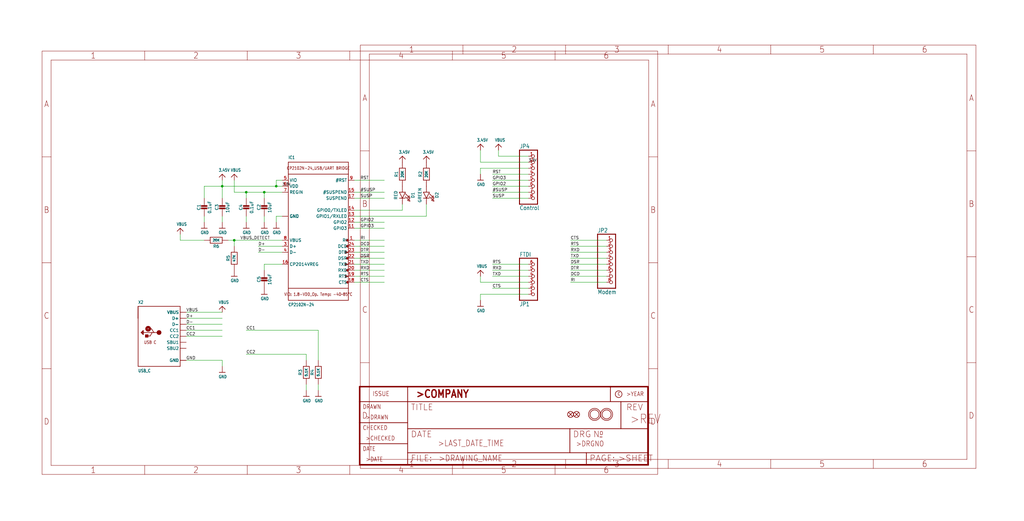
<source format=kicad_sch>
(kicad_sch (version 20211123) (generator eeschema)
  (paper "User" 433.07 220.421)
  (lib_symbols
    (symbol "eagleSchem-eagle-import:3.3V" (power)
      (property "Value" "3.3V" (at -1.524 1.016 0))
      (symbol "3.3V_1_0"
        (polyline (pts (xy -1.27 -1.27) (xy 0 0)) (stroke (width 0.254)))
        (polyline (pts (xy 0 0) (xy 1.27 -1.27)) (stroke (width 0.254)))
        (pin power_in line (at 0 -2.54 90) (length 2.54) (name "3.3V") (number "1"))
      )
    )
    (symbol "eagleSchem-eagle-import:CAP_CERAMIC0603_NO"
      (property "Reference" "C" (at -2.29 1.25 90))
      (property "Value" "CAP_CERAMIC0603_NO" (at 2.3 1.25 90))
      (symbol "CAP_CERAMIC0603_NO_1_0"
        (rectangle (start -1.27 0.508) (end 1.27 1.016) (fill (type outline)))
        (rectangle (start -1.27 1.524) (end 1.27 2.032) (fill (type outline)))
        (polyline (pts (xy 0 0.762) (xy 0 0)) (stroke (width 0.1524)))
        (polyline (pts (xy 0 2.54) (xy 0 1.778)) (stroke (width 0.1524)))
        (pin passive line (at 0 5.08 270) (length 2.54) (name "1") (number "1"))
        (pin passive line (at 0 -2.54 90) (length 2.54) (name "2") (number "2"))
      )
    )
    (symbol "eagleSchem-eagle-import:CAP_CERAMIC0805-NOOUTLINE"
      (property "Reference" "C" (at -2.29 1.25 90))
      (property "Value" "CAP_CERAMIC0805-NOOUTLINE" (at 2.3 1.25 90))
      (symbol "CAP_CERAMIC0805-NOOUTLINE_1_0"
        (rectangle (start -1.27 0.508) (end 1.27 1.016) (fill (type outline)))
        (rectangle (start -1.27 1.524) (end 1.27 2.032) (fill (type outline)))
        (polyline (pts (xy 0 0.762) (xy 0 0)) (stroke (width 0.1524)))
        (polyline (pts (xy 0 2.54) (xy 0 1.778)) (stroke (width 0.1524)))
        (pin passive line (at 0 5.08 270) (length 2.54) (name "1") (number "1"))
        (pin passive line (at 0 -2.54 90) (length 2.54) (name "2") (number "2"))
      )
    )
    (symbol "eagleSchem-eagle-import:CP2102N-24"
      (property "Reference" "IC" (at -12.7 29.21 0))
      (property "Value" "CP2102N-24" (at -12.7 -33.02 0))
      (symbol "CP2102N-24_1_0"
        (polyline (pts (xy -12.7 -30.48) (xy 12.7 -30.48)) (stroke (width 0.254)))
        (polyline (pts (xy -12.7 -25.4) (xy -12.7 -30.48)) (stroke (width 0.254)))
        (polyline (pts (xy -12.7 -25.4) (xy -12.7 22.86)) (stroke (width 0.254)))
        (polyline (pts (xy -12.7 22.86) (xy -12.7 27.94)) (stroke (width 0.254)))
        (polyline (pts (xy -12.7 22.86) (xy 12.7 22.86)) (stroke (width 0.254)))
        (polyline (pts (xy -12.7 27.94) (xy 12.7 27.94)) (stroke (width 0.254)))
        (polyline (pts (xy 12.7 -30.48) (xy 12.7 -25.4)) (stroke (width 0.254)))
        (polyline (pts (xy 12.7 -25.4) (xy -12.7 -25.4)) (stroke (width 0.254)))
        (polyline (pts (xy 12.7 22.86) (xy 12.7 -25.4)) (stroke (width 0.254)))
        (polyline (pts (xy 12.7 27.94) (xy 12.7 22.86)) (stroke (width 0.254)))
        (polyline (pts (xy 11.43 -19.685) (xy 11.43 -20.955) (xy 12.7 -20.32)) (fill (type outline)))
        (polyline (pts (xy 11.43 -14.605) (xy 11.43 -15.875) (xy 12.7 -15.24)) (fill (type outline)))
        (polyline (pts (xy 11.43 -9.525) (xy 11.43 -10.795) (xy 12.7 -10.16)) (fill (type outline)))
        (polyline (pts (xy 12.7 -22.225) (xy 11.43 -22.86) (xy 12.7 -23.495)) (fill (type outline)))
        (polyline (pts (xy 12.7 -17.145) (xy 11.43 -17.78) (xy 12.7 -18.415)) (fill (type outline)))
        (polyline (pts (xy 12.7 -12.065) (xy 11.43 -12.7) (xy 12.7 -13.335)) (fill (type outline)))
        (polyline (pts (xy 12.7 -6.985) (xy 11.43 -7.62) (xy 12.7 -8.255)) (fill (type outline)))
        (polyline (pts (xy 12.7 -4.445) (xy 11.43 -5.08) (xy 12.7 -5.715)) (fill (type outline)))
        (text "CP2102N-24_USB/UART BRIDGE" (at 0 25.4 0) (effects (font (size 1.27 1.0795))))
        (text "VIO: 1.8-VDD_Op. Temp: -40~85°C" (at 0 -27.94 0) (effects (font (size 1.27 1.0795))))
        (pin input line (at 15.24 -5.08 180) (length 2.54) (name "RI") (number "1"))
        (pin bidirectional line (at 15.24 0 180) (length 2.54) (name "GPIO3") (number "11"))
        (pin bidirectional line (at 15.24 2.54 180) (length 2.54) (name "GPIO2") (number "12"))
        (pin bidirectional line (at 15.24 5.08 180) (length 2.54) (name "GPIO1/RXLED") (number "13"))
        (pin bidirectional line (at 15.24 7.62 180) (length 2.54) (name "GPIO0/TXLED") (number "14"))
        (pin output line (at 15.24 15.24 180) (length 2.54) (name "#SUSPEND") (number "15"))
        (pin passive line (at -15.24 -15.24 0) (length 2.54) (name "CP2014VREG") (number "16"))
        (pin output line (at 15.24 12.7 180) (length 2.54) (name "SUSPEND") (number "17"))
        (pin input line (at 15.24 -22.86 180) (length 2.54) (name "CTS") (number "18"))
        (pin output line (at 15.24 -20.32 180) (length 2.54) (name "RTS") (number "19"))
        (pin power_in line (at -15.24 5.08 0) (length 2.54) (name "GND") (number "2"))
        (pin input line (at 15.24 -17.78 180) (length 2.54) (name "RXD") (number "20"))
        (pin output line (at 15.24 -15.24 180) (length 2.54) (name "TXD") (number "21"))
        (pin input line (at 15.24 -12.7 180) (length 2.54) (name "DSR") (number "22"))
        (pin output line (at 15.24 -10.16 180) (length 2.54) (name "DTR") (number "23"))
        (pin input line (at 15.24 -7.62 180) (length 2.54) (name "DCD") (number "24"))
        (pin bidirectional line (at -15.24 -7.62 0) (length 2.54) (name "D+") (number "3"))
        (pin bidirectional line (at -15.24 -10.16 0) (length 2.54) (name "D-") (number "4"))
        (pin power_in line (at -15.24 20.32 0) (length 2.54) (name "VIO") (number "5"))
        (pin power_in line (at -15.24 17.78 0) (length 2.54) (name "VDD") (number "6"))
        (pin power_in line (at -15.24 15.24 0) (length 2.54) (name "REGIN") (number "7"))
        (pin power_in line (at -15.24 -5.08 0) (length 2.54) (name "VBUS") (number "8"))
        (pin bidirectional line (at 15.24 20.32 180) (length 2.54) (name "#RST") (number "9"))
        (pin power_in line (at -15.24 5.08 0) (length 2.54) (name "GND") (number "THERM"))
      )
    )
    (symbol "eagleSchem-eagle-import:FIDUCIAL_1MM"
      (symbol "FIDUCIAL_1MM_1_0"
        (polyline (pts (xy -0.762 0.762) (xy 0.762 -0.762)) (stroke (width 0.254)))
        (polyline (pts (xy 0.762 0.762) (xy -0.762 -0.762)) (stroke (width 0.254)))
        (circle (center 0 0) (radius 1.27) (stroke (width 0.254)))
      )
    )
    (symbol "eagleSchem-eagle-import:FRAME_A4"
      (symbol "FRAME_A4_0_0"
        (polyline (pts (xy 0 44.7675) (xy 3.81 44.7675)))
        (polyline (pts (xy 0 89.535) (xy 3.81 89.535)))
        (polyline (pts (xy 0 134.3025) (xy 3.81 134.3025)))
        (polyline (pts (xy 3.81 3.81) (xy 3.81 175.26)))
        (polyline (pts (xy 43.3917 0) (xy 43.3917 3.81)))
        (polyline (pts (xy 43.3917 175.26) (xy 43.3917 179.07)))
        (polyline (pts (xy 86.7833 0) (xy 86.7833 3.81)))
        (polyline (pts (xy 86.7833 175.26) (xy 86.7833 179.07)))
        (polyline (pts (xy 130.175 0) (xy 130.175 3.81)))
        (polyline (pts (xy 130.175 175.26) (xy 130.175 179.07)))
        (polyline (pts (xy 173.5667 0) (xy 173.5667 3.81)))
        (polyline (pts (xy 173.5667 175.26) (xy 173.5667 179.07)))
        (polyline (pts (xy 216.9583 0) (xy 216.9583 3.81)))
        (polyline (pts (xy 216.9583 175.26) (xy 216.9583 179.07)))
        (polyline (pts (xy 256.54 3.81) (xy 3.81 3.81)))
        (polyline (pts (xy 256.54 3.81) (xy 256.54 175.26)))
        (polyline (pts (xy 256.54 44.7675) (xy 260.35 44.7675)))
        (polyline (pts (xy 256.54 89.535) (xy 260.35 89.535)))
        (polyline (pts (xy 256.54 134.3025) (xy 260.35 134.3025)))
        (polyline (pts (xy 256.54 175.26) (xy 3.81 175.26)))
        (polyline (pts (xy 0 0) (xy 260.35 0) (xy 260.35 179.07) (xy 0 179.07) (xy 0 0)))
        (text "1" (at 21.6958 1.905 0) (effects (font (size 2.54 2.286))))
        (text "1" (at 21.6958 177.165 0) (effects (font (size 2.54 2.286))))
        (text "2" (at 65.0875 1.905 0) (effects (font (size 2.54 2.286))))
        (text "2" (at 65.0875 177.165 0) (effects (font (size 2.54 2.286))))
        (text "3" (at 108.4792 1.905 0) (effects (font (size 2.54 2.286))))
        (text "3" (at 108.4792 177.165 0) (effects (font (size 2.54 2.286))))
        (text "4" (at 151.8708 1.905 0) (effects (font (size 2.54 2.286))))
        (text "4" (at 151.8708 177.165 0) (effects (font (size 2.54 2.286))))
        (text "5" (at 195.2625 1.905 0) (effects (font (size 2.54 2.286))))
        (text "5" (at 195.2625 177.165 0) (effects (font (size 2.54 2.286))))
        (text "6" (at 238.6542 1.905 0) (effects (font (size 2.54 2.286))))
        (text "6" (at 238.6542 177.165 0) (effects (font (size 2.54 2.286))))
        (text "A" (at 1.905 156.6863 0) (effects (font (size 2.54 2.286))))
        (text "A" (at 258.445 156.6863 0) (effects (font (size 2.54 2.286))))
        (text "B" (at 1.905 111.9188 0) (effects (font (size 2.54 2.286))))
        (text "B" (at 258.445 111.9188 0) (effects (font (size 2.54 2.286))))
        (text "C" (at 1.905 67.1513 0) (effects (font (size 2.54 2.286))))
        (text "C" (at 258.445 67.1513 0) (effects (font (size 2.54 2.286))))
        (text "D" (at 1.905 22.3838 0) (effects (font (size 2.54 2.286))))
        (text "D" (at 258.445 22.3838 0) (effects (font (size 2.54 2.286))))
      )
      (symbol "FRAME_A4_1_0"
        (polyline (pts (xy 256.54 3.81) (xy 256.54 8.89)) (stroke (width 0.1016)))
        (polyline (pts (xy 256.54 8.89) (xy 256.54 13.97)) (stroke (width 0.1016)))
        (polyline (pts (xy 256.54 13.97) (xy 256.54 19.05)) (stroke (width 0.1016)))
        (polyline (pts (xy 256.54 19.05) (xy 256.54 36.83)) (stroke (width 0.1016)))
      )
      (symbol "FRAME_A4_2_0"
        (polyline (pts (xy -0.3048 1.5748) (xy 20.0152 1.5748)) (stroke (width 0.6096)))
        (polyline (pts (xy -0.3048 10.4648) (xy -0.3048 1.5748)) (stroke (width 0.6096)))
        (polyline (pts (xy -0.3048 10.4648) (xy 20.0152 10.4648)) (stroke (width 0.3048)))
        (polyline (pts (xy -0.3048 19.3548) (xy -0.3048 10.4648)) (stroke (width 0.6096)))
        (polyline (pts (xy -0.3048 19.3548) (xy 20.0152 19.3548)) (stroke (width 0.3048)))
        (polyline (pts (xy -0.3048 28.2448) (xy -0.3048 19.3548)) (stroke (width 0.6096)))
        (polyline (pts (xy -0.3048 28.2448) (xy 20.0152 28.2448)) (stroke (width 0.3048)))
        (polyline (pts (xy -0.3048 34.5948) (xy -0.3048 28.2448)) (stroke (width 0.6096)))
        (polyline (pts (xy 20.0152 1.5748) (xy 20.0152 6.6548)) (stroke (width 0.3048)))
        (polyline (pts (xy 20.0152 1.5748) (xy 95.5802 1.5748)) (stroke (width 0.6096)))
        (polyline (pts (xy 20.0152 6.6548) (xy 20.0152 10.4648)) (stroke (width 0.3048)))
        (polyline (pts (xy 20.0152 6.6548) (xy 88.5952 6.6548)) (stroke (width 0.3048)))
        (polyline (pts (xy 20.0152 10.4648) (xy 20.0152 16.8148)) (stroke (width 0.3048)))
        (polyline (pts (xy 20.0152 16.8148) (xy 20.0152 19.3548)) (stroke (width 0.3048)))
        (polyline (pts (xy 20.0152 19.3548) (xy 20.0152 28.2448)) (stroke (width 0.3048)))
        (polyline (pts (xy 20.0152 28.2448) (xy 20.0152 34.5948)) (stroke (width 0.3048)))
        (polyline (pts (xy 20.0152 28.2448) (xy 105.7402 28.2448)) (stroke (width 0.3048)))
        (polyline (pts (xy 20.0152 34.5948) (xy -0.3048 34.5948)) (stroke (width 0.6096)))
        (polyline (pts (xy 88.5952 6.6548) (xy 95.5802 6.6548)) (stroke (width 0.3048)))
        (polyline (pts (xy 88.5952 16.8148) (xy 20.0152 16.8148)) (stroke (width 0.3048)))
        (polyline (pts (xy 88.5952 16.8148) (xy 88.5952 6.6548)) (stroke (width 0.3048)))
        (polyline (pts (xy 95.5802 1.5748) (xy 121.6152 1.5748)) (stroke (width 0.6096)))
        (polyline (pts (xy 95.5802 6.6548) (xy 95.5802 1.5748)) (stroke (width 0.3048)))
        (polyline (pts (xy 95.5802 6.6548) (xy 121.6152 6.6548)) (stroke (width 0.3048)))
        (polyline (pts (xy 101.2952 13.3223) (xy 102.2477 13.3223)) (stroke (width 0.254)))
        (polyline (pts (xy 105.7402 28.2448) (xy 105.7402 34.5948)) (stroke (width 0.3048)))
        (polyline (pts (xy 105.7402 28.2448) (xy 110.1852 28.2448)) (stroke (width 0.3048)))
        (polyline (pts (xy 105.7402 34.5948) (xy 20.0152 34.5948)) (stroke (width 0.6096)))
        (polyline (pts (xy 110.1852 16.8148) (xy 88.5952 16.8148)) (stroke (width 0.3048)))
        (polyline (pts (xy 110.1852 28.2448) (xy 110.1852 16.8148)) (stroke (width 0.3048)))
        (polyline (pts (xy 110.1852 28.2448) (xy 121.6152 28.2448)) (stroke (width 0.3048)))
        (polyline (pts (xy 121.6152 6.6548) (xy 121.6152 1.5748)) (stroke (width 0.6096)))
        (polyline (pts (xy 121.6152 16.8148) (xy 110.1852 16.8148)) (stroke (width 0.3048)))
        (polyline (pts (xy 121.6152 16.8148) (xy 121.6152 6.6548)) (stroke (width 0.6096)))
        (polyline (pts (xy 121.6152 28.2448) (xy 121.6152 16.8148)) (stroke (width 0.6096)))
        (polyline (pts (xy 121.6152 34.5948) (xy 105.7402 34.5948)) (stroke (width 0.6096)))
        (polyline (pts (xy 121.6152 34.5948) (xy 121.6152 28.2448)) (stroke (width 0.6096)))
        (circle (center 109.2327 31.4198) (radius 1.4199) (stroke (width 0.254)))
        (text ">CHECKED" (at 2.2352 11.7348 0) (effects (font (size 1.778 1.5113)) (justify left bottom)))
        (text ">COMPANY" (at 23.349 29.6735 0) (effects (font (size 3.175 2.6987) (thickness 0.5397) bold) (justify left bottom)))
        (text ">DATE" (at 2.2352 2.8448 0) (effects (font (size 1.778 1.5113)) (justify left bottom)))
        (text ">DRAWING_NAME" (at 33.0327 2.8448 0) (effects (font (size 2.54 2.159)) (justify left bottom)))
        (text ">DRAWN" (at 2.2352 20.6248 0) (effects (font (size 1.778 1.5113)) (justify left bottom)))
        (text ">DRGNO" (at 91.1352 9.1948 0) (effects (font (size 2.1844 1.8567)) (justify left bottom)))
        (text ">LAST_DATE_TIME" (at 32.7152 9.1948 0) (effects (font (size 2.54 2.159)) (justify left bottom)))
        (text ">REV" (at 113.9952 18.7198 0) (effects (font (size 3.81 3.2385)) (justify left bottom)))
        (text ">SHEET" (at 108.9152 2.8448 0) (effects (font (size 2.54 2.54)) (justify left bottom)))
        (text ">YEAR" (at 112.4077 30.4673 0) (effects (font (size 1.778 1.5113)) (justify left bottom)))
        (text "C" (at 108.7564 30.7848 0) (effects (font (size 1.27 1.0795)) (justify left bottom)))
        (text "CHECKED" (at 0.9652 16.1798 0) (effects (font (size 1.778 1.5113)) (justify left bottom)))
        (text "DATE" (at 0.9652 7.2898 0) (effects (font (size 1.778 1.5113)) (justify left bottom)))
        (text "DATE" (at 21.2852 13.0048 0) (effects (font (size 2.54 2.54)) (justify left bottom)))
        (text "DRAWN" (at 0.9652 25.0698 0) (effects (font (size 1.778 1.5113)) (justify left bottom)))
        (text "DRG" (at 89.8652 13.0048 0) (effects (font (size 2.54 2.54)) (justify left bottom)))
        (text "FILE:" (at 21.2852 2.8448 0) (effects (font (size 2.54 2.54)) (justify left bottom)))
        (text "ISSUE" (at 5.0927 30.4673 0) (effects (font (size 1.9304 1.6408)) (justify left bottom)))
        (text "N" (at 98.4377 13.0048 0) (effects (font (size 2.54 2.54)) (justify left bottom)))
        (text "o" (at 100.9777 13.9573 0) (effects (font (size 2.1844 1.8567)) (justify left bottom)))
        (text "PAGE:" (at 96.8502 2.8448 0) (effects (font (size 2.54 2.54)) (justify left bottom)))
        (text "REV" (at 112.4077 24.4348 0) (effects (font (size 2.54 2.54)) (justify left bottom)))
        (text "TITLE" (at 21.2852 24.4348 0) (effects (font (size 2.54 2.54)) (justify left bottom)))
      )
    )
    (symbol "eagleSchem-eagle-import:GND" (power)
      (property "Value" "GND" (at -1.524 -2.54 0))
      (symbol "GND_1_0"
        (polyline (pts (xy -1.27 0) (xy 1.27 0)) (stroke (width 0.254)))
        (pin power_in line (at 0 2.54 270) (length 2.54) (name "GND") (number "1"))
      )
    )
    (symbol "eagleSchem-eagle-import:HEADER-1X676MIL"
      (property "Reference" "JP" (at -6.35 10.795 0))
      (property "Value" "HEADER-1X676MIL" (at -6.35 -10.16 0))
      (symbol "HEADER-1X676MIL_1_0"
        (polyline (pts (xy -6.35 -7.62) (xy 1.27 -7.62)) (stroke (width 0.4064)))
        (polyline (pts (xy -6.35 10.16) (xy -6.35 -7.62)) (stroke (width 0.4064)))
        (polyline (pts (xy 1.27 -7.62) (xy 1.27 10.16)) (stroke (width 0.4064)))
        (polyline (pts (xy 1.27 10.16) (xy -6.35 10.16)) (stroke (width 0.4064)))
        (pin passive inverted (at -2.54 7.62 0) (length 2.54) (name "1") (number "1"))
        (pin passive inverted (at -2.54 5.08 0) (length 2.54) (name "2") (number "2"))
        (pin passive inverted (at -2.54 2.54 0) (length 2.54) (name "3") (number "3"))
        (pin passive inverted (at -2.54 0 0) (length 2.54) (name "4") (number "4"))
        (pin passive inverted (at -2.54 -2.54 0) (length 2.54) (name "5") (number "5"))
        (pin passive inverted (at -2.54 -5.08 0) (length 2.54) (name "6") (number "6"))
      )
    )
    (symbol "eagleSchem-eagle-import:HEADER-1X870MIL"
      (property "Reference" "JP" (at -6.35 13.335 0))
      (property "Value" "HEADER-1X870MIL" (at -6.35 -12.7 0))
      (symbol "HEADER-1X870MIL_1_0"
        (polyline (pts (xy -6.35 -10.16) (xy 1.27 -10.16)) (stroke (width 0.4064)))
        (polyline (pts (xy -6.35 12.7) (xy -6.35 -10.16)) (stroke (width 0.4064)))
        (polyline (pts (xy 1.27 -10.16) (xy 1.27 12.7)) (stroke (width 0.4064)))
        (polyline (pts (xy 1.27 12.7) (xy -6.35 12.7)) (stroke (width 0.4064)))
        (pin passive inverted (at -2.54 10.16 0) (length 2.54) (name "1") (number "1"))
        (pin passive inverted (at -2.54 7.62 0) (length 2.54) (name "2") (number "2"))
        (pin passive inverted (at -2.54 5.08 0) (length 2.54) (name "3") (number "3"))
        (pin passive inverted (at -2.54 2.54 0) (length 2.54) (name "4") (number "4"))
        (pin passive inverted (at -2.54 0 0) (length 2.54) (name "5") (number "5"))
        (pin passive inverted (at -2.54 -2.54 0) (length 2.54) (name "6") (number "6"))
        (pin passive inverted (at -2.54 -5.08 0) (length 2.54) (name "7") (number "7"))
        (pin passive inverted (at -2.54 -7.62 0) (length 2.54) (name "8") (number "8"))
      )
    )
    (symbol "eagleSchem-eagle-import:LED0603_NOOUTLINE"
      (property "Reference" "D" (at -1.27 4.445 0))
      (property "Value" "LED0603_NOOUTLINE" (at -1.27 -2.794 0))
      (symbol "LED0603_NOOUTLINE_1_0"
        (polyline (pts (xy -2.54 -1.27) (xy 0 0)) (stroke (width 0.254)))
        (polyline (pts (xy -2.54 1.27) (xy -2.54 -1.27)) (stroke (width 0.254)))
        (polyline (pts (xy -1.905 1.27) (xy -0.635 2.54)) (stroke (width 0.254)))
        (polyline (pts (xy -0.9525 2.8575) (xy -0.3175 2.2225)) (stroke (width 0.254)))
        (polyline (pts (xy -0.635 1.27) (xy 0.635 2.54)) (stroke (width 0.254)))
        (polyline (pts (xy -0.3175 2.2225) (xy 0 3.175)) (stroke (width 0.254)))
        (polyline (pts (xy 0 0) (xy -2.54 1.27)) (stroke (width 0.254)))
        (polyline (pts (xy 0 0) (xy 0 -1.27)) (stroke (width 0.254)))
        (polyline (pts (xy 0 1.27) (xy 0 0)) (stroke (width 0.254)))
        (polyline (pts (xy 0 3.175) (xy -0.9525 2.8575)) (stroke (width 0.254)))
        (polyline (pts (xy 0.3175 2.8575) (xy 0.9525 2.2225)) (stroke (width 0.254)))
        (polyline (pts (xy 0.9525 2.2225) (xy 1.27 3.175)) (stroke (width 0.254)))
        (polyline (pts (xy 1.27 3.175) (xy 0.3175 2.8575)) (stroke (width 0.254)))
        (pin passive line (at -5.08 0 0) (length 2.54) (name "A") (number "A"))
        (pin passive line (at 2.54 0 180) (length 2.54) (name "C") (number "C"))
      )
    )
    (symbol "eagleSchem-eagle-import:MOUNTINGHOLE2.0"
      (symbol "MOUNTINGHOLE2.0_1_0"
        (circle (center 0 0) (radius 1.905) (stroke (width 0.254)))
        (circle (center 0 0) (radius 2.54) (stroke (width 0.254)))
      )
    )
    (symbol "eagleSchem-eagle-import:RESISTOR_0603_NOOUT"
      (property "Reference" "R" (at 0 2.54 0))
      (property "Value" "RESISTOR_0603_NOOUT" (at 0 0 0))
      (symbol "RESISTOR_0603_NOOUT_1_0"
        (polyline (pts (xy -2.54 -1.27) (xy -2.54 1.27)) (stroke (width 0.254)))
        (polyline (pts (xy -2.54 1.27) (xy 2.54 1.27)) (stroke (width 0.254)))
        (polyline (pts (xy 2.54 -1.27) (xy -2.54 -1.27)) (stroke (width 0.254)))
        (polyline (pts (xy 2.54 1.27) (xy 2.54 -1.27)) (stroke (width 0.254)))
        (pin passive line (at -5.08 0 0) (length 2.54) (name "1") (number "1"))
        (pin passive line (at 5.08 0 180) (length 2.54) (name "2") (number "2"))
      )
    )
    (symbol "eagleSchem-eagle-import:USB_C"
      (property "Reference" "X" (at -10.16 13.716 0))
      (property "Value" "USB_C" (at -10.16 -15.24 0))
      (symbol "USB_C_1_0"
        (rectangle (start -7.12 -0.45) (end -5.92 0.75) (fill (type outline)))
        (circle (center -5.92 3.2) (radius 0.2) (stroke (width 1)))
        (circle (center -1.32 1.6) (radius 0.5) (stroke (width 1)))
        (polyline (pts (xy -10.2 7.62) (xy -10.16 12.7)) (stroke (width 0.254)))
        (polyline (pts (xy -10.16 -12.7) (xy 7.62 -12.7)) (stroke (width 0.254)))
        (polyline (pts (xy -10.16 12.7) (xy -10.16 -12.7)) (stroke (width 0.254)))
        (polyline (pts (xy -10.16 12.7) (xy 7.62 12.7)) (stroke (width 0.254)))
        (polyline (pts (xy -8.92 1.6) (xy -8.12 2.4)) (stroke (width 0.254)))
        (polyline (pts (xy -8.52 1.4) (xy -8.32 1.2)) (stroke (width 0.254)))
        (polyline (pts (xy -8.52 1.6) (xy -8.52 1.4)) (stroke (width 0.254)))
        (polyline (pts (xy -8.32 1.2) (xy -8.32 2)) (stroke (width 0.254)))
        (polyline (pts (xy -8.32 2) (xy -8.72 1.6)) (stroke (width 0.254)))
        (polyline (pts (xy -8.12 0.8) (xy -8.92 1.6)) (stroke (width 0.254)))
        (polyline (pts (xy -8.12 1) (xy -8.12 2.4)) (stroke (width 0.254)))
        (polyline (pts (xy -8.12 2.4) (xy -7.92 2.4)) (stroke (width 0.254)))
        (polyline (pts (xy -7.92 0.8) (xy -8.12 0.8)) (stroke (width 0.254)))
        (polyline (pts (xy -7.92 1.6) (xy -7.92 0.8)) (stroke (width 0.254)))
        (polyline (pts (xy -7.92 2.4) (xy -7.92 1.6)) (stroke (width 0.254)))
        (polyline (pts (xy -6.27 0.15) (xy -5.07 0.15)) (stroke (width 0.254)))
        (polyline (pts (xy -5.52 3.2) (xy -4.52 3.2)) (stroke (width 0.254)))
        (polyline (pts (xy -5.07 0.15) (xy -4.22 1.6)) (stroke (width 0.254)))
        (polyline (pts (xy -4.52 3.2) (xy -3.47 1.6)) (stroke (width 0.254)))
        (polyline (pts (xy -4.22 1.6) (xy -7.92 1.6)) (stroke (width 0.254)))
        (polyline (pts (xy -3.47 1.6) (xy -4.22 1.6)) (stroke (width 0.254)))
        (polyline (pts (xy -1.32 1.6) (xy -3.47 1.6)) (stroke (width 0.254)))
        (polyline (pts (xy 7.62 12.7) (xy 7.62 -12.7)) (stroke (width 0.254)))
        (text "USB C" (at -5.08 -2.54 0) (effects (font (size 1.27 1.0795))))
        (pin power_in line (at 10.16 -10.16 180) (length 2.54) (name "GND") (number "A1B12"))
        (pin power_in line (at 10.16 10.16 180) (length 2.54) (name "VBUS") (number "A4B9"))
        (pin bidirectional line (at 10.16 2.54 180) (length 2.54) (name "CC1") (number "A5"))
        (pin bidirectional line (at 10.16 7.62 180) (length 2.54) (name "D+") (number "A6"))
        (pin bidirectional line (at 10.16 5.08 180) (length 2.54) (name "D-") (number "A7"))
        (pin bidirectional line (at 10.16 -2.54 180) (length 2.54) (name "SBU1") (number "A8"))
        (pin power_in line (at 10.16 -10.16 180) (length 2.54) (name "GND") (number "B1A12"))
        (pin power_in line (at 10.16 10.16 180) (length 2.54) (name "VBUS") (number "B4A9"))
        (pin bidirectional line (at 10.16 0 180) (length 2.54) (name "CC2") (number "B5"))
        (pin bidirectional line (at 10.16 7.62 180) (length 2.54) (name "D+") (number "B6"))
        (pin bidirectional line (at 10.16 5.08 180) (length 2.54) (name "D-") (number "B7"))
        (pin bidirectional line (at 10.16 -5.08 180) (length 2.54) (name "SBU2") (number "B8"))
      )
    )
    (symbol "eagleSchem-eagle-import:VBUS" (power)
      (property "Value" "VBUS" (at -1.524 1.016 0))
      (symbol "VBUS_1_0"
        (polyline (pts (xy -1.27 -1.27) (xy 0 0)) (stroke (width 0.254)))
        (polyline (pts (xy 0 0) (xy 1.27 -1.27)) (stroke (width 0.254)))
        (pin power_in line (at 0 -2.54 90) (length 2.54) (name "VBUS") (number "1"))
      )
    )
  )
  (junction (at 111.76 81.28))
  (junction (at 93.98 78.74))
  (junction (at 104.14 81.28))
  (junction (at 116.84 78.74))
  (junction (at 99.06 101.6))
  (wire (pts (xy 149.86 101.6) (xy 162.56 101.6)))
  (wire (pts (xy 170.18 88.9) (xy 170.18 86.36)))
  (wire (pts (xy 149.86 96.52) (xy 162.56 96.52)))
  (wire (pts (xy 256.54 104.14) (xy 241.3 104.14)))
  (wire (pts (xy 180.34 91.44) (xy 180.34 86.36)))
  (wire (pts (xy 223.52 114.3) (xy 208.28 114.3)))
  (wire (pts (xy 104.14 149.86) (xy 129.54 149.86)))
  (wire (pts (xy 208.28 83.82) (xy 223.52 83.82)))
  (wire (pts (xy 93.98 152.4) (xy 93.98 154.94)))
  (wire (pts (xy 86.36 91.44) (xy 86.36 93.98)))
  (wire (pts (xy 223.52 68.58) (xy 203.2 68.58)))
  (wire (pts (xy 119.38 111.76) (xy 111.76 111.76)))
  (wire (pts (xy 119.38 76.2) (xy 116.84 76.2)))
  (wire (pts (xy 241.3 101.6) (xy 256.54 101.6)))
  (wire (pts (xy 116.84 91.44) (xy 116.84 93.98)))
  (wire (pts (xy 241.3 119.38) (xy 256.54 119.38)))
  (wire (pts (xy 223.52 81.28) (xy 208.28 81.28)))
  (wire (pts (xy 241.3 106.68) (xy 256.54 106.68)))
  (wire (pts (xy 203.2 124.46) (xy 203.2 127)))
  (wire (pts (xy 116.84 78.74) (xy 93.98 78.74)))
  (wire (pts (xy 78.74 142.24) (xy 93.98 142.24)))
  (wire (pts (xy 86.36 101.6) (xy 76.2 101.6)))
  (wire (pts (xy 99.06 81.28) (xy 99.06 76.2)))
  (wire (pts (xy 162.56 114.3) (xy 149.86 114.3)))
  (wire (pts (xy 93.98 152.4) (xy 78.74 152.4)))
  (wire (pts (xy 93.98 78.74) (xy 93.98 83.82)))
  (wire (pts (xy 119.38 101.6) (xy 99.06 101.6)))
  (wire (pts (xy 256.54 109.22) (xy 241.3 109.22)))
  (wire (pts (xy 119.38 91.44) (xy 116.84 91.44)))
  (wire (pts (xy 210.82 66.04) (xy 223.52 66.04)))
  (wire (pts (xy 111.76 81.28) (xy 111.76 83.82)))
  (wire (pts (xy 99.06 101.6) (xy 96.52 101.6)))
  (wire (pts (xy 149.86 76.2) (xy 162.56 76.2)))
  (wire (pts (xy 78.74 137.16) (xy 93.98 137.16)))
  (wire (pts (xy 109.22 104.14) (xy 119.38 104.14)))
  (wire (pts (xy 86.36 78.74) (xy 86.36 83.82)))
  (wire (pts (xy 162.56 119.38) (xy 149.86 119.38)))
  (wire (pts (xy 241.3 111.76) (xy 256.54 111.76)))
  (wire (pts (xy 203.2 71.12) (xy 203.2 73.66)))
  (wire (pts (xy 93.98 132.08) (xy 78.74 132.08)))
  (wire (pts (xy 129.54 162.56) (xy 129.54 165.1)))
  (wire (pts (xy 119.38 78.74) (xy 116.84 78.74)))
  (wire (pts (xy 134.62 139.7) (xy 134.62 152.4)))
  (wire (pts (xy 78.74 139.7) (xy 93.98 139.7)))
  (wire (pts (xy 149.86 104.14) (xy 162.56 104.14)))
  (wire (pts (xy 104.14 81.28) (xy 99.06 81.28)))
  (wire (pts (xy 208.28 73.66) (xy 223.52 73.66)))
  (wire (pts (xy 99.06 101.6) (xy 99.06 104.14)))
  (wire (pts (xy 203.2 68.58) (xy 203.2 63.5)))
  (wire (pts (xy 162.56 116.84) (xy 149.86 116.84)))
  (wire (pts (xy 93.98 78.74) (xy 86.36 78.74)))
  (wire (pts (xy 119.38 81.28) (xy 111.76 81.28)))
  (wire (pts (xy 104.14 139.7) (xy 134.62 139.7)))
  (wire (pts (xy 203.2 119.38) (xy 203.2 116.84)))
  (wire (pts (xy 109.22 106.68) (xy 119.38 106.68)))
  (wire (pts (xy 149.86 91.44) (xy 180.34 91.44)))
  (wire (pts (xy 223.52 71.12) (xy 203.2 71.12)))
  (wire (pts (xy 116.84 76.2) (xy 116.84 78.74)))
  (wire (pts (xy 134.62 165.1) (xy 134.62 162.56)))
  (wire (pts (xy 149.86 81.28) (xy 162.56 81.28)))
  (wire (pts (xy 111.76 111.76) (xy 111.76 114.3)))
  (wire (pts (xy 241.3 114.3) (xy 256.54 114.3)))
  (wire (pts (xy 223.52 121.92) (xy 208.28 121.92)))
  (wire (pts (xy 104.14 81.28) (xy 104.14 83.82)))
  (wire (pts (xy 104.14 91.44) (xy 104.14 93.98)))
  (wire (pts (xy 149.86 93.98) (xy 162.56 93.98)))
  (wire (pts (xy 208.28 116.84) (xy 223.52 116.84)))
  (wire (pts (xy 111.76 91.44) (xy 111.76 93.98)))
  (wire (pts (xy 111.76 81.28) (xy 104.14 81.28)))
  (wire (pts (xy 93.98 78.74) (xy 93.98 76.2)))
  (wire (pts (xy 93.98 91.44) (xy 93.98 93.98)))
  (wire (pts (xy 76.2 101.6) (xy 76.2 99.06)))
  (wire (pts (xy 241.3 116.84) (xy 256.54 116.84)))
  (wire (pts (xy 223.52 111.76) (xy 208.28 111.76)))
  (wire (pts (xy 78.74 134.62) (xy 93.98 134.62)))
  (wire (pts (xy 149.86 109.22) (xy 162.56 109.22)))
  (wire (pts (xy 208.28 78.74) (xy 223.52 78.74)))
  (wire (pts (xy 149.86 83.82) (xy 162.56 83.82)))
  (wire (pts (xy 223.52 124.46) (xy 203.2 124.46)))
  (wire (pts (xy 208.28 76.2) (xy 223.52 76.2)))
  (wire (pts (xy 210.82 63.5) (xy 210.82 66.04)))
  (wire (pts (xy 149.86 88.9) (xy 170.18 88.9)))
  (wire (pts (xy 129.54 149.86) (xy 129.54 152.4)))
  (wire (pts (xy 149.86 111.76) (xy 162.56 111.76)))
  (wire (pts (xy 223.52 119.38) (xy 203.2 119.38)))
  (wire (pts (xy 149.86 106.68) (xy 162.56 106.68)))
  (label "GPIO2" (at 152.4 93.98 0) (effects (font (size 1.2446 1.2446))))
  (label "GPIO3" (at 152.4 96.52 0) (effects (font (size 1.2446 1.2446))))
  (label "3.3V" (at 119.38 78.74 0) (effects (font (size 1.016 1.016))))
  (label "CC1" (at 78.74 139.7 0) (effects (font (size 1.2446 1.2446))))
  (label "TXD" (at 152.4 111.76 0) (effects (font (size 1.2446 1.2446))))
  (label "GPIO3" (at 208.28 76.2 0) (effects (font (size 1.2446 1.2446))))
  (label "CTS" (at 208.28 121.92 0) (effects (font (size 1.2446 1.2446))))
  (label "RST" (at 152.4 76.2 0) (effects (font (size 1.2446 1.2446))))
  (label "TXD" (at 208.28 116.84 0) (effects (font (size 1.2446 1.2446))))
  (label "VBUS" (at 78.74 132.08 0) (effects (font (size 1.2446 1.2446))))
  (label "RST" (at 208.28 73.66 0) (effects (font (size 1.2446 1.2446))))
  (label "D+" (at 78.74 134.62 0) (effects (font (size 1.2446 1.2446))))
  (label "RTS" (at 208.28 111.76 0) (effects (font (size 1.2446 1.2446))))
  (label "RI" (at 241.3 119.38 0) (effects (font (size 1.2446 1.2446))))
  (label "GPIO2" (at 208.28 78.74 0) (effects (font (size 1.2446 1.2446))))
  (label "RXD" (at 241.3 106.68 0) (effects (font (size 1.2446 1.2446))))
  (label "SUSP" (at 208.28 83.82 0) (effects (font (size 1.2446 1.2446))))
  (label "DCD" (at 152.4 104.14 0) (effects (font (size 1.2446 1.2446))))
  (label "VBUS_DETECT" (at 101.6 101.6 0) (effects (font (size 1.2446 1.2446))))
  (label "#SUSP" (at 152.4 81.28 0) (effects (font (size 1.2446 1.2446))))
  (label "D-" (at 109.22 106.68 0) (effects (font (size 1.2446 1.2446))))
  (label "DSR" (at 152.4 109.22 0) (effects (font (size 1.2446 1.2446))))
  (label "D+" (at 109.22 104.14 0) (effects (font (size 1.2446 1.2446))))
  (label "DTR" (at 152.4 106.68 0) (effects (font (size 1.2446 1.2446))))
  (label "GND" (at 78.74 152.4 0) (effects (font (size 1.2446 1.2446))))
  (label "CC2" (at 104.14 149.86 0) (effects (font (size 1.2446 1.2446))))
  (label "RI" (at 152.4 101.6 0) (effects (font (size 1.2446 1.2446))))
  (label "RTS" (at 241.3 104.14 0) (effects (font (size 1.2446 1.2446))))
  (label "DCD" (at 241.3 116.84 0) (effects (font (size 1.2446 1.2446))))
  (label "CC1" (at 104.14 139.7 0) (effects (font (size 1.2446 1.2446))))
  (label "RXD" (at 152.4 114.3 0) (effects (font (size 1.2446 1.2446))))
  (label "DTR" (at 241.3 114.3 0) (effects (font (size 1.2446 1.2446))))
  (label "RXD" (at 208.28 114.3 0) (effects (font (size 1.2446 1.2446))))
  (label "TXD" (at 241.3 109.22 0) (effects (font (size 1.2446 1.2446))))
  (label "SUSP" (at 152.4 83.82 0) (effects (font (size 1.2446 1.2446))))
  (label "#SUSP" (at 208.28 81.28 0) (effects (font (size 1.2446 1.2446))))
  (label "D-" (at 78.74 137.16 0) (effects (font (size 1.2446 1.2446))))
  (label "DSR" (at 241.3 111.76 0) (effects (font (size 1.2446 1.2446))))
  (label "3.3V" (at 223.52 68.58 0) (effects (font (size 1.016 1.016))))
  (label "CC2" (at 78.74 142.24 0) (effects (font (size 1.2446 1.2446))))
  (label "CTS" (at 152.4 119.38 0) (effects (font (size 1.2446 1.2446))))
  (label "RTS" (at 152.4 116.84 0) (effects (font (size 1.2446 1.2446))))
  (label "CTS" (at 241.3 101.6 0) (effects (font (size 1.2446 1.2446))))
  (symbol (lib_id "eagleSchem-eagle-import:GND") (at 93.98 157.48 0) (unit 1)
    (property "Reference" "#U$24" (effects hide))
    (property "Value" "GND" (at 92.456 160.02 0) (effects (font (size 1.27 1.0795)) (justify left bottom)))
    (property "Footprint" "eagleSchem:" (effects hide))
  )
  (symbol (lib_id "eagleSchem-eagle-import:GND") (at 111.76 96.52 0) (unit 1)
    (property "Reference" "#U$4" (effects hide))
    (property "Value" "GND" (at 110.236 99.06 0) (effects (font (size 1.27 1.0795)) (justify left bottom)))
    (property "Footprint" "eagleSchem:" (effects hide))
  )
  (symbol (lib_id "eagleSchem-eagle-import:CAP_CERAMIC0805-NOOUTLINE") (at 111.76 88.9 0) (unit 1)
    (property "Reference" "C2" (at 109.47 87.65 90))
    (property "Value" "10uF" (at 114.06 87.65 90))
    (property "Footprint" "eagleSchem:0805-NO" (effects hide))
  )
  (symbol (lib_id "eagleSchem-eagle-import:FRAME_A4") (at 17.78 200.66 0) (unit 1)
    (property "Reference" "#FRAME1" (effects hide))
    (property "Value" "FRAME_A4" (effects hide))
    (property "Footprint" "eagleSchem:" (effects hide))
  )
  (symbol (lib_id "eagleSchem-eagle-import:FIDUCIAL_1MM") (at 243.84 175.26 0) (unit 1)
    (property "Reference" "FID2" (effects hide))
    (property "Value" "FIDUCIAL_1MM" (effects hide))
    (property "Footprint" "eagleSchem:FIDUCIAL_1MM" (effects hide))
  )
  (symbol (lib_id "eagleSchem-eagle-import:3.3V") (at 203.2 60.96 0) (unit 1)
    (property "Reference" "#U$15" (effects hide))
    (property "Value" "3.45V" (at 201.676 59.944 0) (effects (font (size 1.27 1.0795)) (justify left bottom)))
    (property "Footprint" "eagleSchem:" (effects hide))
  )
  (symbol (lib_id "eagleSchem-eagle-import:GND") (at 116.84 96.52 0) (unit 1)
    (property "Reference" "#U$2" (effects hide))
    (property "Value" "GND" (at 115.316 99.06 0) (effects (font (size 1.27 1.0795)) (justify left bottom)))
    (property "Footprint" "eagleSchem:" (effects hide))
  )
  (symbol (lib_id "eagleSchem-eagle-import:GND") (at 93.98 96.52 0) (unit 1)
    (property "Reference" "#U$6" (effects hide))
    (property "Value" "GND" (at 92.456 99.06 0) (effects (font (size 1.27 1.0795)) (justify left bottom)))
    (property "Footprint" "eagleSchem:" (effects hide))
  )
  (symbol (lib_id "eagleSchem-eagle-import:RESISTOR_0603_NOOUT") (at 180.34 73.66 90) (unit 1)
    (property "Reference" "R2" (at 177.8 73.66 0))
    (property "Value" "20K" (at 180.34 73.66 0) (effects (font (size 1.016 1.016) bold)))
    (property "Footprint" "eagleSchem:0603-NO" (effects hide))
  )
  (symbol (lib_id "eagleSchem-eagle-import:GND") (at 134.62 167.64 0) (unit 1)
    (property "Reference" "#U$23" (effects hide))
    (property "Value" "GND" (at 133.096 170.18 0) (effects (font (size 1.27 1.0795)) (justify left bottom)))
    (property "Footprint" "eagleSchem:" (effects hide))
  )
  (symbol (lib_id "eagleSchem-eagle-import:RESISTOR_0603_NOOUT") (at 170.18 73.66 90) (unit 1)
    (property "Reference" "R1" (at 167.64 73.66 0))
    (property "Value" "20K" (at 170.18 73.66 0) (effects (font (size 1.016 1.016) bold)))
    (property "Footprint" "eagleSchem:0603-NO" (effects hide))
  )
  (symbol (lib_id "eagleSchem-eagle-import:CAP_CERAMIC0805-NOOUTLINE") (at 111.76 119.38 0) (unit 1)
    (property "Reference" "C5" (at 109.47 118.13 90))
    (property "Value" "10uF" (at 114.06 118.13 90))
    (property "Footprint" "eagleSchem:0805-NO" (effects hide))
  )
  (symbol (lib_id "eagleSchem-eagle-import:GND") (at 111.76 124.46 0) (unit 1)
    (property "Reference" "#U$26" (effects hide))
    (property "Value" "GND" (at 110.236 127 0) (effects (font (size 1.27 1.0795)) (justify left bottom)))
    (property "Footprint" "eagleSchem:" (effects hide))
  )
  (symbol (lib_id "eagleSchem-eagle-import:VBUS") (at 76.2 96.52 0) (unit 1)
    (property "Reference" "#U$25" (effects hide))
    (property "Value" "VBUS" (at 74.676 95.504 0) (effects (font (size 1.27 1.0795)) (justify left bottom)))
    (property "Footprint" "eagleSchem:" (effects hide))
  )
  (symbol (lib_id "eagleSchem-eagle-import:CAP_CERAMIC0603_NO") (at 86.36 88.9 0) (unit 1)
    (property "Reference" "C1" (at 84.07 87.65 90))
    (property "Value" "0.1uF" (at 88.66 87.65 90))
    (property "Footprint" "eagleSchem:0603-NO" (effects hide))
  )
  (symbol (lib_id "eagleSchem-eagle-import:VBUS") (at 210.82 60.96 0) (unit 1)
    (property "Reference" "#U$13" (effects hide))
    (property "Value" "VBUS" (at 209.296 59.944 0) (effects (font (size 1.27 1.0795)) (justify left bottom)))
    (property "Footprint" "eagleSchem:" (effects hide))
  )
  (symbol (lib_id "eagleSchem-eagle-import:LED0603_NOOUTLINE") (at 170.18 83.82 270) (unit 1)
    (property "Reference" "D1" (at 174.625 82.55 0))
    (property "Value" "RED" (at 167.386 82.55 0))
    (property "Footprint" "eagleSchem:CHIPLED_0603_NOOUTLINE" (effects hide))
  )
  (symbol (lib_id "eagleSchem-eagle-import:GND") (at 99.06 116.84 0) (unit 1)
    (property "Reference" "#U$9" (effects hide))
    (property "Value" "GND" (at 97.536 119.38 0) (effects (font (size 1.27 1.0795)) (justify left bottom)))
    (property "Footprint" "eagleSchem:" (effects hide))
  )
  (symbol (lib_id "eagleSchem-eagle-import:3.3V") (at 180.34 66.04 0) (unit 1)
    (property "Reference" "#U$11" (effects hide))
    (property "Value" "3.45V" (at 178.816 65.024 0) (effects (font (size 1.27 1.0795)) (justify left bottom)))
    (property "Footprint" "eagleSchem:" (effects hide))
  )
  (symbol (lib_id "eagleSchem-eagle-import:VBUS") (at 99.06 73.66 0) (unit 1)
    (property "Reference" "#U$5" (effects hide))
    (property "Value" "VBUS" (at 97.536 72.644 0) (effects (font (size 1.27 1.0795)) (justify left bottom)))
    (property "Footprint" "eagleSchem:" (effects hide))
  )
  (symbol (lib_id "eagleSchem-eagle-import:GND") (at 86.36 96.52 0) (unit 1)
    (property "Reference" "#U$3" (effects hide))
    (property "Value" "GND" (at 84.836 99.06 0) (effects (font (size 1.27 1.0795)) (justify left bottom)))
    (property "Footprint" "eagleSchem:" (effects hide))
  )
  (symbol (lib_id "eagleSchem-eagle-import:CP2102N-24") (at 134.62 96.52 0) (unit 1)
    (property "Reference" "IC1" (at 121.92 67.31 0) (effects (font (size 1.27 1.0795)) (justify left bottom)))
    (property "Value" "CP2102N-24" (at 121.92 129.54 0) (effects (font (size 1.27 1.0795)) (justify left bottom)))
    (property "Footprint" "eagleSchem:QFN24_4MM_SMSC" (effects hide))
  )
  (symbol (lib_id "eagleSchem-eagle-import:CAP_CERAMIC0805-NOOUTLINE") (at 93.98 88.9 0) (unit 1)
    (property "Reference" "C3" (at 91.69 87.65 90))
    (property "Value" "10uF" (at 96.28 87.65 90))
    (property "Footprint" "eagleSchem:0805-NO" (effects hide))
  )
  (symbol (lib_id "eagleSchem-eagle-import:GND") (at 129.54 167.64 0) (unit 1)
    (property "Reference" "#U$20" (effects hide))
    (property "Value" "GND" (at 128.016 170.18 0) (effects (font (size 1.27 1.0795)) (justify left bottom)))
    (property "Footprint" "eagleSchem:" (effects hide))
  )
  (symbol (lib_id "eagleSchem-eagle-import:HEADER-1X870MIL") (at 259.08 111.76 0) (unit 1)
    (property "Reference" "JP2" (at 252.73 98.425 0) (effects (font (size 1.778 1.5113)) (justify left bottom)))
    (property "Value" "Modem" (at 252.73 124.46 0) (effects (font (size 1.778 1.5113)) (justify left bottom)))
    (property "Footprint" "eagleSchem:1X08_ROUND_70" (effects hide))
  )
  (symbol (lib_id "eagleSchem-eagle-import:RESISTOR_0603_NOOUT") (at 91.44 101.6 180) (unit 1)
    (property "Reference" "R6" (at 91.44 104.14 0))
    (property "Value" "20K" (at 91.44 101.6 0) (effects (font (size 1.016 1.016) bold)))
    (property "Footprint" "eagleSchem:0603-NO" (effects hide))
  )
  (symbol (lib_id "eagleSchem-eagle-import:3.3V") (at 93.98 73.66 0) (unit 1)
    (property "Reference" "#U$7" (effects hide))
    (property "Value" "3.45V" (at 92.456 72.644 0) (effects (font (size 1.27 1.0795)) (justify left bottom)))
    (property "Footprint" "eagleSchem:" (effects hide))
  )
  (symbol (lib_id "eagleSchem-eagle-import:FIDUCIAL_1MM") (at 241.3 175.26 0) (unit 1)
    (property "Reference" "FID1" (effects hide))
    (property "Value" "FIDUCIAL_1MM" (effects hide))
    (property "Footprint" "eagleSchem:FIDUCIAL_1MM" (effects hide))
  )
  (symbol (lib_id "eagleSchem-eagle-import:GND") (at 203.2 129.54 0) (unit 1)
    (property "Reference" "#U$12" (effects hide))
    (property "Value" "GND" (at 201.676 132.08 0) (effects (font (size 1.27 1.0795)) (justify left bottom)))
    (property "Footprint" "eagleSchem:" (effects hide))
  )
  (symbol (lib_id "eagleSchem-eagle-import:RESISTOR_0603_NOOUT") (at 99.06 109.22 90) (unit 1)
    (property "Reference" "R5" (at 96.52 109.22 0))
    (property "Value" "47K" (at 99.06 109.22 0) (effects (font (size 1.016 1.016) bold)))
    (property "Footprint" "eagleSchem:0603-NO" (effects hide))
  )
  (symbol (lib_id "eagleSchem-eagle-import:LED0603_NOOUTLINE") (at 180.34 83.82 270) (unit 1)
    (property "Reference" "D2" (at 184.785 82.55 0))
    (property "Value" "GREEN" (at 177.546 82.55 0))
    (property "Footprint" "eagleSchem:CHIPLED_0603_NOOUTLINE" (effects hide))
  )
  (symbol (lib_id "eagleSchem-eagle-import:3.3V") (at 170.18 66.04 0) (unit 1)
    (property "Reference" "#U$10" (effects hide))
    (property "Value" "3.45V" (at 168.656 65.024 0) (effects (font (size 1.27 1.0795)) (justify left bottom)))
    (property "Footprint" "eagleSchem:" (effects hide))
  )
  (symbol (lib_id "eagleSchem-eagle-import:MOUNTINGHOLE2.0") (at 256.54 175.26 0) (unit 1)
    (property "Reference" "U$18" (effects hide))
    (property "Value" "MOUNTINGHOLE2.0" (effects hide))
    (property "Footprint" "eagleSchem:MOUNTINGHOLE_2.0_PLATED" (effects hide))
  )
  (symbol (lib_id "eagleSchem-eagle-import:RESISTOR_0603_NOOUT") (at 134.62 157.48 90) (unit 1)
    (property "Reference" "R4" (at 132.08 157.48 0))
    (property "Value" "5.1K" (at 134.62 157.48 0) (effects (font (size 1.016 1.016) bold)))
    (property "Footprint" "eagleSchem:0603-NO" (effects hide))
  )
  (symbol (lib_id "eagleSchem-eagle-import:GND") (at 203.2 76.2 0) (unit 1)
    (property "Reference" "#U$16" (effects hide))
    (property "Value" "GND" (at 201.676 78.74 0) (effects (font (size 1.27 1.0795)) (justify left bottom)))
    (property "Footprint" "eagleSchem:" (effects hide))
  )
  (symbol (lib_id "eagleSchem-eagle-import:VBUS") (at 93.98 129.54 0) (unit 1)
    (property "Reference" "#U$1" (effects hide))
    (property "Value" "VBUS" (at 92.456 128.524 0) (effects (font (size 1.27 1.0795)) (justify left bottom)))
    (property "Footprint" "eagleSchem:" (effects hide))
  )
  (symbol (lib_id "eagleSchem-eagle-import:VBUS") (at 203.2 114.3 0) (unit 1)
    (property "Reference" "#U$14" (effects hide))
    (property "Value" "VBUS" (at 201.676 113.284 0) (effects (font (size 1.27 1.0795)) (justify left bottom)))
    (property "Footprint" "eagleSchem:" (effects hide))
  )
  (symbol (lib_id "eagleSchem-eagle-import:FRAME_A4") (at 152.4 198.12 0) (unit 2)
    (property "Reference" "#FRAME1" (effects hide))
    (property "Value" "FRAME_A4" (effects hide))
    (property "Footprint" "eagleSchem:" (effects hide))
  )
  (symbol (lib_id "eagleSchem-eagle-import:HEADER-1X676MIL") (at 226.06 116.84 0) (mirror x) (unit 1)
    (property "Reference" "JP1" (at 219.71 127.635 0) (effects (font (size 1.778 1.5113)) (justify left bottom)))
    (property "Value" "FTDI" (at 219.71 106.68 0) (effects (font (size 1.778 1.5113)) (justify left bottom)))
    (property "Footprint" "eagleSchem:1X06_ROUND_76" (effects hide))
  )
  (symbol (lib_id "eagleSchem-eagle-import:CAP_CERAMIC0603_NO") (at 104.14 88.9 0) (unit 1)
    (property "Reference" "C4" (at 101.85 87.65 90))
    (property "Value" "0.1uF" (at 106.44 87.65 90))
    (property "Footprint" "eagleSchem:0603-NO" (effects hide))
  )
  (symbol (lib_id "eagleSchem-eagle-import:HEADER-1X870MIL") (at 226.06 76.2 0) (unit 1)
    (property "Reference" "JP4" (at 219.71 62.865 0) (effects (font (size 1.778 1.5113)) (justify left bottom)))
    (property "Value" "Control" (at 219.71 88.9 0) (effects (font (size 1.778 1.5113)) (justify left bottom)))
    (property "Footprint" "eagleSchem:1X08_ROUND_70" (effects hide))
  )
  (symbol (lib_id "eagleSchem-eagle-import:USB_C") (at 68.58 142.24 0) (unit 1)
    (property "Reference" "X2" (at 58.42 128.524 0) (effects (font (size 1.27 1.0795)) (justify left bottom)))
    (property "Value" "USB_C" (at 58.42 157.48 0) (effects (font (size 1.27 1.0795)) (justify left bottom)))
    (property "Footprint" "eagleSchem:USB_C_CUSB31-CFM2AX-01-X" (effects hide))
  )
  (symbol (lib_id "eagleSchem-eagle-import:RESISTOR_0603_NOOUT") (at 129.54 157.48 90) (unit 1)
    (property "Reference" "R3" (at 127 157.48 0))
    (property "Value" "5.1K" (at 129.54 157.48 0) (effects (font (size 1.016 1.016) bold)))
    (property "Footprint" "eagleSchem:0603-NO" (effects hide))
  )
  (symbol (lib_id "eagleSchem-eagle-import:GND") (at 104.14 96.52 0) (unit 1)
    (property "Reference" "#U$21" (effects hide))
    (property "Value" "GND" (at 102.616 99.06 0) (effects (font (size 1.27 1.0795)) (justify left bottom)))
    (property "Footprint" "eagleSchem:" (effects hide))
  )
  (symbol (lib_id "eagleSchem-eagle-import:MOUNTINGHOLE2.0") (at 251.46 175.26 0) (unit 1)
    (property "Reference" "U$19" (effects hide))
    (property "Value" "MOUNTINGHOLE2.0" (effects hide))
    (property "Footprint" "eagleSchem:MOUNTINGHOLE_2.0_PLATED" (effects hide))
  )
)
</source>
